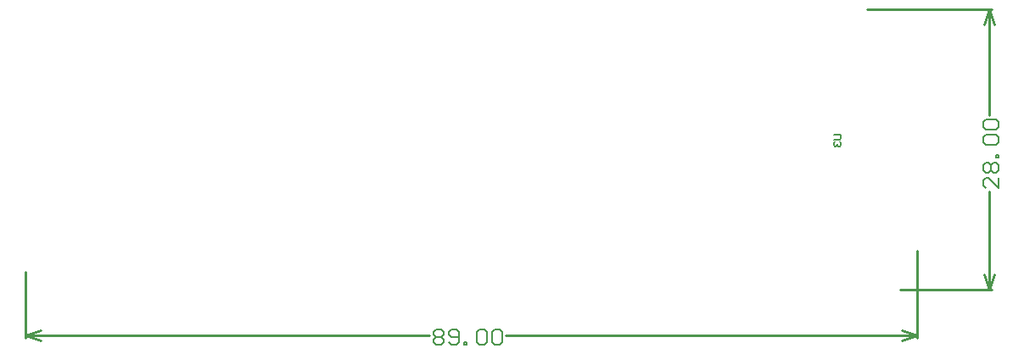
<source format=gm1>
G04*
G04 #@! TF.GenerationSoftware,Altium Limited,Altium Designer,18.1.9 (240)*
G04*
G04 Layer_Color=16711935*
%FSAX25Y25*%
%MOIN*%
G70*
G01*
G75*
%ADD12C,0.00591*%
%ADD31C,0.01000*%
%ADD56C,0.00600*%
D12*
X0606221Y0404567D02*
X0608517D01*
X0608976Y0404108D01*
Y0403189D01*
X0608517Y0402730D01*
X0606221D01*
X0606680Y0401812D02*
X0606221Y0401353D01*
Y0400434D01*
X0606680Y0399975D01*
X0607140D01*
X0607599Y0400434D01*
Y0400894D01*
Y0400434D01*
X0608058Y0399975D01*
X0608517D01*
X0608976Y0400434D01*
Y0401353D01*
X0608517Y0401812D01*
D31*
X0665441Y0349701D02*
X0667441Y0343701D01*
X0669441Y0349701D01*
X0667441Y0453937D02*
X0669441Y0447937D01*
X0665441D02*
X0667441Y0453937D01*
Y0343701D02*
Y0382123D01*
Y0412315D02*
Y0453937D01*
X0632260Y0343701D02*
X0668441D01*
X0619488Y0453937D02*
X0668441D01*
X0288740Y0325472D02*
X0294740Y0327472D01*
X0288740Y0325472D02*
X0294740Y0323472D01*
X0633134D02*
X0639134Y0325472D01*
X0633134Y0327472D02*
X0639134Y0325472D01*
X0288740D02*
X0447241D01*
X0477433D02*
X0639134D01*
X0288740Y0324472D02*
Y0350575D01*
X0639134Y0324472D02*
Y0358898D01*
D56*
X0671040Y0387722D02*
Y0383723D01*
X0667041Y0387722D01*
X0666042D01*
X0665042Y0386722D01*
Y0384723D01*
X0666042Y0383723D01*
Y0389721D02*
X0665042Y0390721D01*
Y0392720D01*
X0666042Y0393720D01*
X0667041D01*
X0668041Y0392720D01*
X0669041Y0393720D01*
X0670040D01*
X0671040Y0392720D01*
Y0390721D01*
X0670040Y0389721D01*
X0669041D01*
X0668041Y0390721D01*
X0667041Y0389721D01*
X0666042D01*
X0668041Y0390721D02*
Y0392720D01*
X0671040Y0395719D02*
X0670040D01*
Y0396719D01*
X0671040D01*
Y0395719D01*
X0666042Y0400718D02*
X0665042Y0401717D01*
Y0403717D01*
X0666042Y0404716D01*
X0670040D01*
X0671040Y0403717D01*
Y0401717D01*
X0670040Y0400718D01*
X0666042D01*
Y0406716D02*
X0665042Y0407716D01*
Y0409715D01*
X0666042Y0410714D01*
X0670040D01*
X0671040Y0409715D01*
Y0407716D01*
X0670040Y0406716D01*
X0666042D01*
X0448841Y0326872D02*
X0449841Y0327871D01*
X0451840D01*
X0452840Y0326872D01*
Y0325872D01*
X0451840Y0324872D01*
X0452840Y0323873D01*
Y0322873D01*
X0451840Y0321873D01*
X0449841D01*
X0448841Y0322873D01*
Y0323873D01*
X0449841Y0324872D01*
X0448841Y0325872D01*
Y0326872D01*
X0449841Y0324872D02*
X0451840D01*
X0454839Y0322873D02*
X0455839Y0321873D01*
X0457838D01*
X0458838Y0322873D01*
Y0326872D01*
X0457838Y0327871D01*
X0455839D01*
X0454839Y0326872D01*
Y0325872D01*
X0455839Y0324872D01*
X0458838D01*
X0460838Y0321873D02*
Y0322873D01*
X0461837D01*
Y0321873D01*
X0460838D01*
X0465836Y0326872D02*
X0466835Y0327871D01*
X0468835D01*
X0469835Y0326872D01*
Y0322873D01*
X0468835Y0321873D01*
X0466835D01*
X0465836Y0322873D01*
Y0326872D01*
X0471834D02*
X0472834Y0327871D01*
X0474833D01*
X0475833Y0326872D01*
Y0322873D01*
X0474833Y0321873D01*
X0472834D01*
X0471834Y0322873D01*
Y0326872D01*
M02*

</source>
